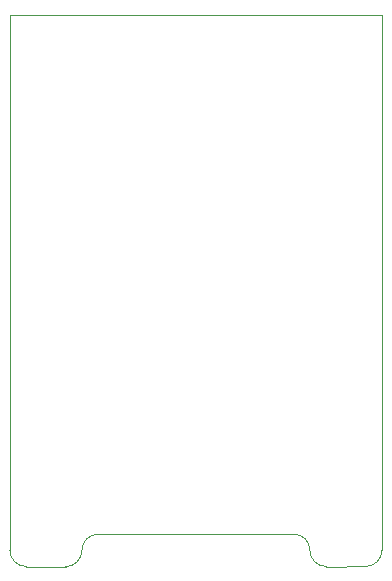
<source format=gbr>
%TF.GenerationSoftware,KiCad,Pcbnew,(7.0.0-0)*%
%TF.CreationDate,2023-08-15T00:25:00+01:00*%
%TF.ProjectId,EMGSensor3.1,454d4753-656e-4736-9f72-332e312e6b69,rev?*%
%TF.SameCoordinates,Original*%
%TF.FileFunction,Profile,NP*%
%FSLAX46Y46*%
G04 Gerber Fmt 4.6, Leading zero omitted, Abs format (unit mm)*
G04 Created by KiCad (PCBNEW (7.0.0-0)) date 2023-08-15 00:25:00*
%MOMM*%
%LPD*%
G01*
G04 APERTURE LIST*
%TA.AperFunction,Profile*%
%ADD10C,0.100000*%
%TD*%
G04 APERTURE END LIST*
D10*
X125120400Y-78333600D02*
X156616400Y-78333600D01*
X132583332Y-122331132D02*
G75*
G03*
X131211732Y-123702668I-32J-1371568D01*
G01*
X125120400Y-123698000D02*
X125120400Y-78333600D01*
X129840132Y-125074332D02*
G75*
G03*
X131211732Y-123702668I-32J1371632D01*
G01*
X155240132Y-125064932D02*
G75*
G03*
X156611732Y-123693332I-32J1371632D01*
G01*
X150520400Y-123698000D02*
G75*
G03*
X149148800Y-122326400I-1371600J0D01*
G01*
X156616400Y-78333600D02*
X156611732Y-123693332D01*
X150520400Y-123698000D02*
G75*
G03*
X151892000Y-125069600I1371600J0D01*
G01*
X155240132Y-125064932D02*
X151892000Y-125069600D01*
X149148800Y-122326400D02*
X132583332Y-122331068D01*
X126492000Y-125069600D02*
X129840132Y-125074268D01*
X125120400Y-123698000D02*
G75*
G03*
X126492000Y-125069600I1371600J0D01*
G01*
M02*

</source>
